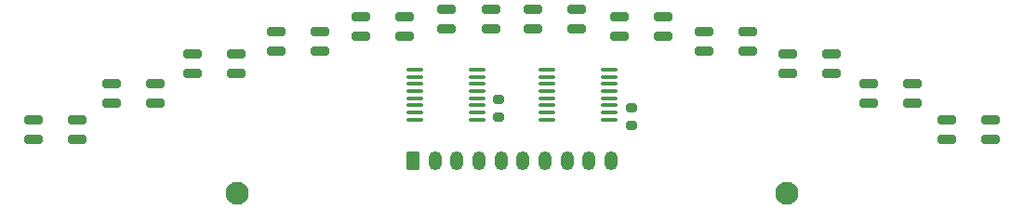
<source format=gbs>
%TF.GenerationSoftware,KiCad,Pcbnew,(6.0.6)*%
%TF.CreationDate,2022-07-17T20:06:38+03:00*%
%TF.ProjectId,Sensor,53656e73-6f72-42e6-9b69-6361645f7063,rev?*%
%TF.SameCoordinates,Original*%
%TF.FileFunction,Soldermask,Bot*%
%TF.FilePolarity,Negative*%
%FSLAX46Y46*%
G04 Gerber Fmt 4.6, Leading zero omitted, Abs format (unit mm)*
G04 Created by KiCad (PCBNEW (6.0.6)) date 2022-07-17 20:06:38*
%MOMM*%
%LPD*%
G01*
G04 APERTURE LIST*
G04 Aperture macros list*
%AMRoundRect*
0 Rectangle with rounded corners*
0 $1 Rounding radius*
0 $2 $3 $4 $5 $6 $7 $8 $9 X,Y pos of 4 corners*
0 Add a 4 corners polygon primitive as box body*
4,1,4,$2,$3,$4,$5,$6,$7,$8,$9,$2,$3,0*
0 Add four circle primitives for the rounded corners*
1,1,$1+$1,$2,$3*
1,1,$1+$1,$4,$5*
1,1,$1+$1,$6,$7*
1,1,$1+$1,$8,$9*
0 Add four rect primitives between the rounded corners*
20,1,$1+$1,$2,$3,$4,$5,0*
20,1,$1+$1,$4,$5,$6,$7,0*
20,1,$1+$1,$6,$7,$8,$9,0*
20,1,$1+$1,$8,$9,$2,$3,0*%
G04 Aperture macros list end*
%ADD10C,2.100000*%
%ADD11RoundRect,0.250000X-0.350000X-0.625000X0.350000X-0.625000X0.350000X0.625000X-0.350000X0.625000X0*%
%ADD12O,1.200000X1.750000*%
%ADD13RoundRect,0.197500X-0.632500X0.197500X-0.632500X-0.197500X0.632500X-0.197500X0.632500X0.197500X0*%
%ADD14RoundRect,0.200000X0.275000X-0.200000X0.275000X0.200000X-0.275000X0.200000X-0.275000X-0.200000X0*%
%ADD15RoundRect,0.100000X0.637500X0.100000X-0.637500X0.100000X-0.637500X-0.100000X0.637500X-0.100000X0*%
G04 APERTURE END LIST*
D10*
X145000000Y-116000000D03*
X195000000Y-116000000D03*
D11*
X161000000Y-113000000D03*
D12*
X163000000Y-113000000D03*
X165000000Y-113000000D03*
X167000000Y-113000000D03*
X169000000Y-113000000D03*
X171000000Y-113000000D03*
X173000000Y-113000000D03*
X175000000Y-113000000D03*
X177000000Y-113000000D03*
X179000000Y-113000000D03*
D13*
X126442625Y-109269025D03*
X130442625Y-109269025D03*
X130442625Y-111069025D03*
X126442625Y-111069025D03*
X133558491Y-105950842D03*
X137558491Y-105950842D03*
X137558491Y-107750842D03*
X133558491Y-107750842D03*
X140936478Y-103265474D03*
X144936478Y-103265474D03*
X144936478Y-105065474D03*
X140936478Y-105065474D03*
X148520435Y-101233359D03*
X152520435Y-101233359D03*
X152520435Y-103033359D03*
X148520435Y-103033359D03*
X156252643Y-99869962D03*
X160252643Y-99869962D03*
X160252643Y-101669962D03*
X156252643Y-101669962D03*
X164074255Y-99185660D03*
X168074255Y-99185660D03*
X168074255Y-100985660D03*
X164074255Y-100985660D03*
X187479565Y-101233359D03*
X191479565Y-101233359D03*
X191479565Y-103033359D03*
X187479565Y-103033359D03*
X195063522Y-103265474D03*
X199063522Y-103265474D03*
X199063522Y-105065474D03*
X195063522Y-105065474D03*
X202441509Y-105950842D03*
X206441509Y-105950842D03*
X206441509Y-107750842D03*
X202441509Y-107750842D03*
X209557375Y-109269025D03*
X213557375Y-109269025D03*
X213557375Y-111069025D03*
X209557375Y-111069025D03*
X171925745Y-99185660D03*
X175925745Y-99185660D03*
X175925745Y-100985660D03*
X171925745Y-100985660D03*
X179747357Y-99869962D03*
X183747357Y-99869962D03*
X183747357Y-101669962D03*
X179747357Y-101669962D03*
D14*
X180900000Y-109825000D03*
X180900000Y-108175000D03*
D15*
X166862500Y-104725000D03*
X166862500Y-105375000D03*
X166862500Y-106025000D03*
X166862500Y-106675000D03*
X166862500Y-107325000D03*
X166862500Y-107975000D03*
X166862500Y-108625000D03*
X166862500Y-109275000D03*
X161137500Y-109275000D03*
X161137500Y-108625000D03*
X161137500Y-107975000D03*
X161137500Y-107325000D03*
X161137500Y-106675000D03*
X161137500Y-106025000D03*
X161137500Y-105375000D03*
X161137500Y-104725000D03*
X178862500Y-104725000D03*
X178862500Y-105375000D03*
X178862500Y-106025000D03*
X178862500Y-106675000D03*
X178862500Y-107325000D03*
X178862500Y-107975000D03*
X178862500Y-108625000D03*
X178862500Y-109275000D03*
X173137500Y-109275000D03*
X173137500Y-108625000D03*
X173137500Y-107975000D03*
X173137500Y-107325000D03*
X173137500Y-106675000D03*
X173137500Y-106025000D03*
X173137500Y-105375000D03*
X173137500Y-104725000D03*
D14*
X168770000Y-109075000D03*
X168770000Y-107425000D03*
M02*

</source>
